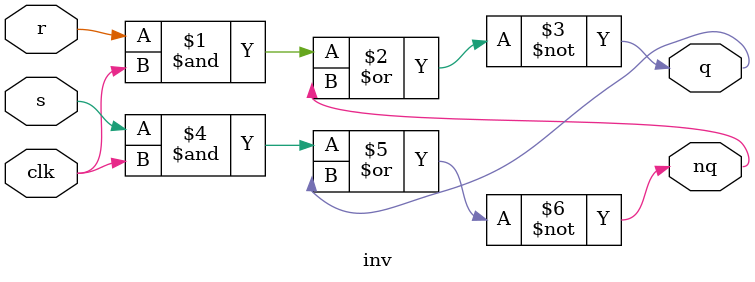
<source format=v>
`timescale 1ns / 1ps

module inv(
    input r,s,clk,
    output q,nq
    );
    
    assign q = ~(r&clk | nq);
    assign nq = ~(s&clk | q);

    
endmodule

</source>
